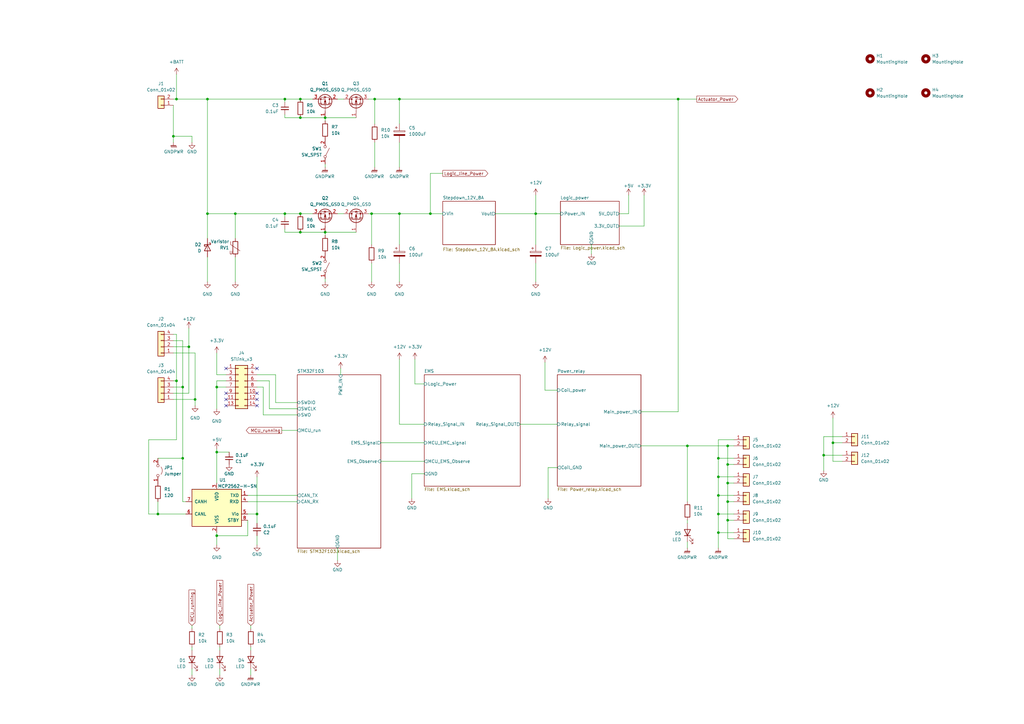
<source format=kicad_sch>
(kicad_sch (version 20230121) (generator eeschema)
  (paper "A3")
  (lib_symbols
    (symbol "Connector_Generic:Conn_01x02" (pin_names (offset 1.016) hide)
      (property "Reference" "J" (at 0 2.54 0))
      (property "Value" "Conn_01x02" (at 0 -5.08 0))
      (symbol "Conn_01x02_1_1"
        (rectangle (start -1.27 -2.413) (end 0 -2.667) (stroke (width 0.1524)))
        (rectangle (start -1.27 0.127) (end 0 -0.127) (stroke (width 0.1524)))
        (rectangle (start -1.27 1.27) (end 1.27 -3.81) (stroke (width 0.254)) (fill (type background)))
        (pin passive line (at -5.08 0 0) (length 3.81) (name "Pin_1") (number "1"))
        (pin passive line (at -5.08 -2.54 0) (length 3.81) (name "Pin_2") (number "2"))
      )
    )
    (symbol "Connector_Generic:Conn_01x04" (pin_names (offset 1.016) hide)
      (property "Reference" "J" (at 0 5.08 0))
      (property "Value" "Conn_01x04" (at 0 -7.62 0))
      (symbol "Conn_01x04_1_1"
        (rectangle (start -1.27 -4.953) (end 0 -5.207) (stroke (width 0.1524)))
        (rectangle (start -1.27 -2.413) (end 0 -2.667) (stroke (width 0.1524)))
        (rectangle (start -1.27 0.127) (end 0 -0.127) (stroke (width 0.1524)))
        (rectangle (start -1.27 2.667) (end 0 2.413) (stroke (width 0.1524)))
        (rectangle (start -1.27 3.81) (end 1.27 -6.35) (stroke (width 0.254)) (fill (type background)))
        (pin passive line (at -5.08 2.54 0) (length 3.81) (name "Pin_1") (number "1"))
        (pin passive line (at -5.08 0 0) (length 3.81) (name "Pin_2") (number "2"))
        (pin passive line (at -5.08 -2.54 0) (length 3.81) (name "Pin_3") (number "3"))
        (pin passive line (at -5.08 -5.08 0) (length 3.81) (name "Pin_4") (number "4"))
      )
    )
    (symbol "Connector_Generic:Conn_02x07_Odd_Even" (pin_names (offset 1.016) hide)
      (property "Reference" "J" (at 1.27 10.16 0))
      (property "Value" "Conn_02x07_Odd_Even" (at 1.27 -10.16 0))
      (symbol "Conn_02x07_Odd_Even_1_1"
        (rectangle (start -1.27 -7.493) (end 0 -7.747) (stroke (width 0.1524)))
        (rectangle (start -1.27 -4.953) (end 0 -5.207) (stroke (width 0.1524)))
        (rectangle (start -1.27 -2.413) (end 0 -2.667) (stroke (width 0.1524)))
        (rectangle (start -1.27 0.127) (end 0 -0.127) (stroke (width 0.1524)))
        (rectangle (start -1.27 2.667) (end 0 2.413) (stroke (width 0.1524)))
        (rectangle (start -1.27 5.207) (end 0 4.953) (stroke (width 0.1524)))
        (rectangle (start -1.27 7.747) (end 0 7.493) (stroke (width 0.1524)))
        (rectangle (start -1.27 8.89) (end 3.81 -8.89) (stroke (width 0.254)) (fill (type background)))
        (rectangle (start 3.81 -7.493) (end 2.54 -7.747) (stroke (width 0.1524)))
        (rectangle (start 3.81 -4.953) (end 2.54 -5.207) (stroke (width 0.1524)))
        (rectangle (start 3.81 -2.413) (end 2.54 -2.667) (stroke (width 0.1524)))
        (rectangle (start 3.81 0.127) (end 2.54 -0.127) (stroke (width 0.1524)))
        (rectangle (start 3.81 2.667) (end 2.54 2.413) (stroke (width 0.1524)))
        (rectangle (start 3.81 5.207) (end 2.54 4.953) (stroke (width 0.1524)))
        (rectangle (start 3.81 7.747) (end 2.54 7.493) (stroke (width 0.1524)))
        (pin passive line (at -5.08 7.62 0) (length 3.81) (name "Pin_1") (number "1"))
        (pin passive line (at 7.62 -2.54 180) (length 3.81) (name "Pin_10") (number "10"))
        (pin passive line (at -5.08 -5.08 0) (length 3.81) (name "Pin_11") (number "11"))
        (pin passive line (at 7.62 -5.08 180) (length 3.81) (name "Pin_12") (number "12"))
        (pin passive line (at -5.08 -7.62 0) (length 3.81) (name "Pin_13") (number "13"))
        (pin passive line (at 7.62 -7.62 180) (length 3.81) (name "Pin_14") (number "14"))
        (pin passive line (at 7.62 7.62 180) (length 3.81) (name "Pin_2") (number "2"))
        (pin passive line (at -5.08 5.08 0) (length 3.81) (name "Pin_3") (number "3"))
        (pin passive line (at 7.62 5.08 180) (length 3.81) (name "Pin_4") (number "4"))
        (pin passive line (at -5.08 2.54 0) (length 3.81) (name "Pin_5") (number "5"))
        (pin passive line (at 7.62 2.54 180) (length 3.81) (name "Pin_6") (number "6"))
        (pin passive line (at -5.08 0 0) (length 3.81) (name "Pin_7") (number "7"))
        (pin passive line (at 7.62 0 180) (length 3.81) (name "Pin_8") (number "8"))
        (pin passive line (at -5.08 -2.54 0) (length 3.81) (name "Pin_9") (number "9"))
      )
    )
    (symbol "Device:C_Polarized" (pin_numbers hide) (pin_names (offset 0.254))
      (property "Reference" "C" (at 0.635 2.54 0))
      (property "Value" "C_Polarized" (at 0.635 -2.54 0))
      (symbol "C_Polarized_0_1"
        (rectangle (start -2.286 0.508) (end 2.286 1.016))
        (polyline (pts (xy -1.778 2.286) (xy -0.762 2.286)))
        (polyline (pts (xy -1.27 2.794) (xy -1.27 1.778)))
        (rectangle (start 2.286 -0.508) (end -2.286 -1.016) (fill (type outline)))
      )
      (symbol "C_Polarized_1_1"
        (pin passive line (at 0 3.81 270) (length 2.794) (name "~") (number "1"))
        (pin passive line (at 0 -3.81 90) (length 2.794) (name "~") (number "2"))
      )
    )
    (symbol "Device:C_Small" (pin_numbers hide) (pin_names (offset 0.254) hide)
      (property "Reference" "C" (at 0.254 1.778 0))
      (property "Value" "C_Small" (at 0.254 -2.032 0))
      (symbol "C_Small_0_1"
        (polyline (pts (xy -1.524 -0.508) (xy 1.524 -0.508)) (stroke (width 0.3302)))
        (polyline (pts (xy -1.524 0.508) (xy 1.524 0.508)) (stroke (width 0.3048)))
      )
      (symbol "C_Small_1_1"
        (pin passive line (at 0 2.54 270) (length 2.032) (name "~") (number "1"))
        (pin passive line (at 0 -2.54 90) (length 2.032) (name "~") (number "2"))
      )
    )
    (symbol "Device:D_Schottky" (pin_numbers hide) (pin_names (offset 1.016) hide)
      (property "Reference" "D" (at 0 2.54 0))
      (property "Value" "D_Schottky" (at 0 -2.54 0))
      (symbol "D_Schottky_0_1"
        (polyline (pts (xy 1.27 0) (xy -1.27 0)))
        (polyline (pts (xy 1.27 1.27) (xy 1.27 -1.27) (xy -1.27 0) (xy 1.27 1.27)) (stroke (width 0.254)))
        (polyline (pts (xy -1.905 0.635) (xy -1.905 1.27) (xy -1.27 1.27) (xy -1.27 -1.27) (xy -0.635 -1.27) (xy -0.635 -0.635)) (stroke (width 0.254)))
      )
      (symbol "D_Schottky_1_1"
        (pin passive line (at -3.81 0 0) (length 2.54) (name "K") (number "1"))
        (pin passive line (at 3.81 0 180) (length 2.54) (name "A") (number "2"))
      )
    )
    (symbol "Device:LED" (pin_numbers hide) (pin_names (offset 1.016) hide)
      (property "Reference" "D" (at 0 2.54 0))
      (property "Value" "LED" (at 0 -2.54 0))
      (symbol "LED_0_1"
        (polyline (pts (xy -1.27 -1.27) (xy -1.27 1.27)) (stroke (width 0.254)))
        (polyline (pts (xy -1.27 0) (xy 1.27 0)))
        (polyline (pts (xy 1.27 -1.27) (xy 1.27 1.27) (xy -1.27 0) (xy 1.27 -1.27)) (stroke (width 0.254)))
        (polyline (pts (xy -3.048 -0.762) (xy -4.572 -2.286) (xy -3.81 -2.286) (xy -4.572 -2.286) (xy -4.572 -1.524)))
        (polyline (pts (xy -1.778 -0.762) (xy -3.302 -2.286) (xy -2.54 -2.286) (xy -3.302 -2.286) (xy -3.302 -1.524)))
      )
      (symbol "LED_1_1"
        (pin passive line (at -3.81 0 0) (length 2.54) (name "K") (number "1"))
        (pin passive line (at 3.81 0 180) (length 2.54) (name "A") (number "2"))
      )
    )
    (symbol "Device:Q_PMOS_GDS" (pin_names (offset 0) hide)
      (property "Reference" "Q" (at 5.08 1.27 0))
      (property "Value" "Q_PMOS_GDS" (at 5.08 -1.27 0))
      (symbol "Q_PMOS_GDS_0_1"
        (polyline (pts (xy 0.254 0) (xy -2.54 0)))
        (polyline (pts (xy 0.254 1.905) (xy 0.254 -1.905)) (stroke (width 0.254)))
        (polyline (pts (xy 0.762 -1.27) (xy 0.762 -2.286)) (stroke (width 0.254)))
        (polyline (pts (xy 0.762 0.508) (xy 0.762 -0.508)) (stroke (width 0.254)))
        (polyline (pts (xy 0.762 2.286) (xy 0.762 1.27)) (stroke (width 0.254)))
        (polyline (pts (xy 2.54 2.54) (xy 2.54 1.778)))
        (polyline (pts (xy 2.54 -2.54) (xy 2.54 0) (xy 0.762 0)))
        (polyline (pts (xy 0.762 1.778) (xy 3.302 1.778) (xy 3.302 -1.778) (xy 0.762 -1.778)))
        (polyline (pts (xy 2.286 0) (xy 1.27 0.381) (xy 1.27 -0.381) (xy 2.286 0)) (fill (type outline)))
        (polyline (pts (xy 2.794 -0.508) (xy 2.921 -0.381) (xy 3.683 -0.381) (xy 3.81 -0.254)))
        (polyline (pts (xy 3.302 -0.381) (xy 2.921 0.254) (xy 3.683 0.254) (xy 3.302 -0.381)))
        (circle (center 1.651 0) (radius 2.794) (stroke (width 0.254)))
        (circle (center 2.54 -1.778) (radius 0.254) (fill (type outline)))
        (circle (center 2.54 1.778) (radius 0.254) (fill (type outline)))
      )
      (symbol "Q_PMOS_GDS_1_1"
        (pin input line (at -5.08 0 0) (length 2.54) (name "G") (number "1"))
        (pin passive line (at 2.54 5.08 270) (length 2.54) (name "D") (number "2"))
        (pin passive line (at 2.54 -5.08 90) (length 2.54) (name "S") (number "3"))
      )
    )
    (symbol "Device:R" (pin_numbers hide) (pin_names (offset 0))
      (property "Reference" "R" (at 2.032 0 90))
      (property "Value" "R" (at 0 0 90))
      (symbol "R_0_1"
        (rectangle (start -1.016 -2.54) (end 1.016 2.54) (stroke (width 0.254)))
      )
      (symbol "R_1_1"
        (pin passive line (at 0 3.81 270) (length 1.27) (name "~") (number "1"))
        (pin passive line (at 0 -3.81 90) (length 1.27) (name "~") (number "2"))
      )
    )
    (symbol "Device:Varistor" (pin_numbers hide) (pin_names (offset 0))
      (property "Reference" "RV" (at 3.175 0 90))
      (property "Value" "Varistor" (at -3.175 0 90))
      (symbol "Varistor_0_0"
        (text "U" (at -1.778 -2.032 0) (effects (font (size 1.27 1.27))))
      )
      (symbol "Varistor_0_1"
        (rectangle (start -1.016 -2.54) (end 1.016 2.54) (stroke (width 0.254)))
        (polyline (pts (xy -1.905 2.54) (xy -1.905 1.27) (xy 1.905 -1.27)))
      )
      (symbol "Varistor_1_1"
        (pin passive line (at 0 3.81 270) (length 1.27) (name "~") (number "1"))
        (pin passive line (at 0 -3.81 90) (length 1.27) (name "~") (number "2"))
      )
    )
    (symbol "Interface_CAN_LIN:MCP2562-H-SN" (pin_names (offset 1.016))
      (property "Reference" "U" (at -10.16 8.89 0))
      (property "Value" "MCP2562-H-SN" (at 2.54 8.89 0))
      (symbol "MCP2562-H-SN_0_1"
        (rectangle (start -10.16 7.62) (end 10.16 -7.62) (stroke (width 0.254)) (fill (type background)))
      )
      (symbol "MCP2562-H-SN_1_1"
        (pin input line (at -12.7 5.08 0) (length 2.54) (name "TXD") (number "1"))
        (pin power_in line (at 0 -10.16 90) (length 2.54) (name "VSS") (number "2"))
        (pin power_in line (at 0 10.16 270) (length 2.54) (name "VDD") (number "3"))
        (pin output line (at -12.7 2.54 0) (length 2.54) (name "RXD") (number "4"))
        (pin power_in line (at -12.7 -2.54 0) (length 2.54) (name "Vio") (number "5"))
        (pin bidirectional line (at 12.7 -2.54 180) (length 2.54) (name "CANL") (number "6"))
        (pin bidirectional line (at 12.7 2.54 180) (length 2.54) (name "CANH") (number "7"))
        (pin input line (at -12.7 -5.08 0) (length 2.54) (name "STBY") (number "8"))
      )
    )
    (symbol "Jumper:Jumper_2_Open" (pin_names (offset 0) hide)
      (property "Reference" "JP" (at 0 2.794 0))
      (property "Value" "Jumper_2_Open" (at 0 -2.286 0))
      (symbol "Jumper_2_Open_0_0"
        (circle (center -2.032 0) (radius 0.508))
        (circle (center 2.032 0) (radius 0.508))
      )
      (symbol "Jumper_2_Open_0_1"
        (arc (start 1.524 1.27) (mid 0 1.778) (end -1.524 1.27))
      )
      (symbol "Jumper_2_Open_1_1"
        (pin passive line (at -5.08 0 0) (length 2.54) (name "A") (number "1"))
        (pin passive line (at 5.08 0 180) (length 2.54) (name "B") (number "2"))
      )
    )
    (symbol "Mechanical:MountingHole" (pin_names (offset 1.016))
      (property "Reference" "H" (at 0 5.08 0))
      (property "Value" "MountingHole" (at 0 3.175 0))
      (symbol "MountingHole_0_1"
        (circle (center 0 0) (radius 1.27) (stroke (width 1.27)))
      )
    )
    (symbol "Switch:SW_SPST" (pin_names (offset 0) hide)
      (property "Reference" "SW" (at 0 3.175 0))
      (property "Value" "SW_SPST" (at 0 -2.54 0))
      (symbol "SW_SPST_0_0"
        (circle (center -2.032 0) (radius 0.508))
        (polyline (pts (xy -1.524 0.254) (xy 1.524 1.778)))
        (circle (center 2.032 0) (radius 0.508))
      )
      (symbol "SW_SPST_1_1"
        (pin passive line (at -5.08 0 0) (length 2.54) (name "A") (number "1"))
        (pin passive line (at 5.08 0 180) (length 2.54) (name "B") (number "2"))
      )
    )
    (symbol "power:+12V" (power) (pin_names (offset 0))
      (property "Value" "+12V" (at 0 3.556 0))
      (symbol "+12V_0_1"
        (polyline (pts (xy -0.762 1.27) (xy 0 2.54)))
        (polyline (pts (xy 0 0) (xy 0 2.54)))
        (polyline (pts (xy 0 2.54) (xy 0.762 1.27)))
      )
      (symbol "+12V_1_1"
        (pin power_in line (at 0 0 90) (length 0) hide (name "+12V") (number "1"))
      )
    )
    (symbol "power:+3.3V" (power) (pin_names (offset 0))
      (property "Value" "+3.3V" (at 0 3.556 0))
      (symbol "+3.3V_0_1"
        (polyline (pts (xy -0.762 1.27) (xy 0 2.54)))
        (polyline (pts (xy 0 0) (xy 0 2.54)))
        (polyline (pts (xy 0 2.54) (xy 0.762 1.27)))
      )
      (symbol "+3.3V_1_1"
        (pin power_in line (at 0 0 90) (length 0) hide (name "+3.3V") (number "1"))
      )
    )
    (symbol "power:+5V" (power) (pin_names (offset 0))
      (property "Value" "+5V" (at 0 3.556 0))
      (symbol "+5V_0_1"
        (polyline (pts (xy -0.762 1.27) (xy 0 2.54)))
        (polyline (pts (xy 0 0) (xy 0 2.54)))
        (polyline (pts (xy 0 2.54) (xy 0.762 1.27)))
      )
      (symbol "+5V_1_1"
        (pin power_in line (at 0 0 90) (length 0) hide (name "+5V") (number "1"))
      )
    )
    (symbol "power:+BATT" (power) (pin_names (offset 0))
      (property "Value" "+BATT" (at 0 3.556 0))
      (symbol "+BATT_0_1"
        (polyline (pts (xy -0.762 1.27) (xy 0 2.54)))
        (polyline (pts (xy 0 0) (xy 0 2.54)))
        (polyline (pts (xy 0 2.54) (xy 0.762 1.27)))
      )
      (symbol "+BATT_1_1"
        (pin power_in line (at 0 0 90) (length 0) hide (name "+BATT") (number "1"))
      )
    )
    (symbol "power:GND" (power) (pin_names (offset 0))
      (property "Value" "GND" (at 0 -3.81 0))
      (symbol "GND_0_1"
        (polyline (pts (xy 0 0) (xy 0 -1.27) (xy 1.27 -1.27) (xy 0 -2.54) (xy -1.27 -1.27) (xy 0 -1.27)))
      )
      (symbol "GND_1_1"
        (pin power_in line (at 0 0 270) (length 0) hide (name "GND") (number "1"))
      )
    )
    (symbol "power:GNDPWR" (power) (pin_names (offset 0))
      (property "Value" "GNDPWR" (at 0 -3.302 0))
      (symbol "GNDPWR_0_1"
        (polyline (pts (xy 0 -1.27) (xy 0 0)))
        (polyline (pts (xy -1.016 -1.27) (xy -1.27 -2.032) (xy -1.27 -2.032)) (stroke (width 0.2032)))
        (polyline (pts (xy -0.508 -1.27) (xy -0.762 -2.032) (xy -0.762 -2.032)) (stroke (width 0.2032)))
        (polyline (pts (xy 0 -1.27) (xy -0.254 -2.032) (xy -0.254 -2.032)) (stroke (width 0.2032)))
        (polyline (pts (xy 0.508 -1.27) (xy 0.254 -2.032) (xy 0.254 -2.032)) (stroke (width 0.2032)))
        (polyline (pts (xy 1.016 -1.27) (xy -1.016 -1.27) (xy -1.016 -1.27)) (stroke (width 0.2032)))
        (polyline (pts (xy 1.016 -1.27) (xy 0.762 -2.032) (xy 0.762 -2.032) (xy 0.762 -2.032)) (stroke (width 0.2032)))
      )
      (symbol "GNDPWR_1_1"
        (pin power_in line (at 0 0 270) (length 0) hide (name "GNDPWR") (number "1"))
      )
    )
  )
  (junction (at 123.19 95.25))
  (junction (at 153.67 40.64))
  (junction (at 105.41 210.82))
  (junction (at 72.39 156.21))
  (junction (at 123.19 87.63))
  (junction (at 281.94 182.88))
  (junction (at 133.35 48.26))
  (junction (at 80.01 163.83))
  (junction (at 219.71 87.63))
  (junction (at 163.83 87.63))
  (junction (at 298.45 205.74))
  (junction (at 152.4 87.63))
  (junction (at 341.63 181.61))
  (junction (at 176.53 87.63))
  (junction (at 123.19 40.64))
  (junction (at 74.93 158.75))
  (junction (at 298.45 213.36))
  (junction (at 85.09 87.63))
  (junction (at 88.9 185.42))
  (junction (at 96.52 87.63))
  (junction (at 71.12 55.88))
  (junction (at 74.93 187.96))
  (junction (at 298.45 182.88))
  (junction (at 116.84 40.64))
  (junction (at 298.45 190.5))
  (junction (at 72.39 40.64))
  (junction (at 294.64 195.58))
  (junction (at 294.64 218.44))
  (junction (at 88.9 219.71))
  (junction (at 123.19 48.26))
  (junction (at 116.84 87.63))
  (junction (at 77.47 142.24))
  (junction (at 337.82 186.69))
  (junction (at 298.45 198.12))
  (junction (at 133.35 95.25))
  (junction (at 88.9 158.75))
  (junction (at 294.64 203.2))
  (junction (at 163.83 40.64))
  (junction (at 294.64 187.96))
  (junction (at 294.64 210.82))
  (junction (at 85.09 40.64))
  (junction (at 64.77 210.82))
  (junction (at 278.13 40.64))
  (no_connect (at 92.71 151.13))
  (no_connect (at 105.41 161.29))
  (no_connect (at 92.71 166.37))
  (no_connect (at 105.41 151.13))
  (no_connect (at 92.71 161.29))
  (no_connect (at 92.71 163.83))
  (no_connect (at 105.41 163.83))
  (no_connect (at 105.41 166.37))
  (wire (pts (xy 116.84 48.26) (xy 123.19 48.26)))
  (wire (pts (xy 294.64 210.82) (xy 300.99 210.82)))
  (wire (pts (xy 107.95 170.18) (xy 121.92 170.18)))
  (wire (pts (xy 133.35 48.26) (xy 146.05 48.26)))
  (wire (pts (xy 78.74 256.54) (xy 78.74 257.81)))
  (wire (pts (xy 337.82 179.07) (xy 345.44 179.07)))
  (wire (pts (xy 74.93 158.75) (xy 74.93 187.96)))
  (wire (pts (xy 281.94 182.88) (xy 281.94 205.74)))
  (wire (pts (xy 60.96 180.34) (xy 72.39 180.34)))
  (wire (pts (xy 72.39 40.64) (xy 85.09 40.64)))
  (wire (pts (xy 64.77 210.82) (xy 76.2 210.82)))
  (wire (pts (xy 298.45 213.36) (xy 300.99 213.36)))
  (wire (pts (xy 138.43 40.64) (xy 140.97 40.64)))
  (wire (pts (xy 133.35 114.3) (xy 133.35 115.57)))
  (wire (pts (xy 64.77 210.82) (xy 64.77 205.74)))
  (wire (pts (xy 102.87 256.54) (xy 102.87 257.81)))
  (wire (pts (xy 294.64 195.58) (xy 300.99 195.58)))
  (wire (pts (xy 116.84 46.99) (xy 116.84 48.26)))
  (wire (pts (xy 101.6 203.2) (xy 121.92 203.2)))
  (wire (pts (xy 88.9 185.42) (xy 93.98 185.42)))
  (wire (pts (xy 71.12 142.24) (xy 77.47 142.24)))
  (wire (pts (xy 123.19 87.63) (xy 128.27 87.63)))
  (wire (pts (xy 163.83 40.64) (xy 278.13 40.64)))
  (wire (pts (xy 341.63 189.23) (xy 341.63 181.61)))
  (wire (pts (xy 107.95 158.75) (xy 107.95 170.18)))
  (wire (pts (xy 298.45 220.98) (xy 298.45 213.36)))
  (wire (pts (xy 298.45 198.12) (xy 300.99 198.12)))
  (wire (pts (xy 341.63 181.61) (xy 345.44 181.61)))
  (wire (pts (xy 115.57 176.53) (xy 121.92 176.53)))
  (wire (pts (xy 72.39 30.48) (xy 72.39 40.64)))
  (wire (pts (xy 101.6 219.71) (xy 88.9 219.71)))
  (wire (pts (xy 77.47 142.24) (xy 77.47 161.29)))
  (wire (pts (xy 181.61 71.12) (xy 176.53 71.12)))
  (wire (pts (xy 78.74 274.32) (xy 78.74 276.86)))
  (wire (pts (xy 173.99 157.48) (xy 170.18 157.48)))
  (wire (pts (xy 71.12 43.18) (xy 71.12 55.88)))
  (wire (pts (xy 298.45 190.5) (xy 298.45 198.12)))
  (wire (pts (xy 294.64 203.2) (xy 294.64 210.82)))
  (wire (pts (xy 264.16 92.71) (xy 254 92.71)))
  (wire (pts (xy 138.43 87.63) (xy 140.97 87.63)))
  (wire (pts (xy 110.49 156.21) (xy 110.49 167.64)))
  (wire (pts (xy 294.64 187.96) (xy 294.64 195.58)))
  (wire (pts (xy 153.67 68.58) (xy 153.67 58.42)))
  (wire (pts (xy 74.93 187.96) (xy 64.77 187.96)))
  (wire (pts (xy 71.12 144.78) (xy 80.01 144.78)))
  (wire (pts (xy 102.87 274.32) (xy 102.87 276.86)))
  (wire (pts (xy 223.52 148.59) (xy 223.52 160.02)))
  (wire (pts (xy 176.53 87.63) (xy 181.61 87.63)))
  (wire (pts (xy 153.67 40.64) (xy 153.67 50.8)))
  (wire (pts (xy 219.71 80.01) (xy 219.71 87.63)))
  (wire (pts (xy 228.6 191.77) (xy 224.79 191.77)))
  (wire (pts (xy 116.84 40.64) (xy 123.19 40.64)))
  (wire (pts (xy 298.45 198.12) (xy 298.45 205.74)))
  (wire (pts (xy 78.74 265.43) (xy 78.74 266.7)))
  (wire (pts (xy 116.84 41.91) (xy 116.84 40.64)))
  (wire (pts (xy 85.09 87.63) (xy 96.52 87.63)))
  (wire (pts (xy 116.84 87.63) (xy 123.19 87.63)))
  (wire (pts (xy 85.09 40.64) (xy 116.84 40.64)))
  (wire (pts (xy 170.18 147.32) (xy 170.18 157.48)))
  (wire (pts (xy 173.99 194.31) (xy 168.91 194.31)))
  (wire (pts (xy 72.39 40.64) (xy 71.12 40.64)))
  (wire (pts (xy 92.71 156.21) (xy 88.9 156.21)))
  (wire (pts (xy 72.39 156.21) (xy 71.12 156.21)))
  (wire (pts (xy 80.01 163.83) (xy 80.01 166.37)))
  (wire (pts (xy 123.19 40.64) (xy 128.27 40.64)))
  (wire (pts (xy 298.45 205.74) (xy 298.45 213.36)))
  (wire (pts (xy 71.12 158.75) (xy 74.93 158.75)))
  (wire (pts (xy 116.84 88.9) (xy 116.84 87.63)))
  (wire (pts (xy 337.82 193.04) (xy 337.82 186.69)))
  (wire (pts (xy 152.4 100.33) (xy 152.4 87.63)))
  (wire (pts (xy 96.52 87.63) (xy 96.52 97.79)))
  (wire (pts (xy 116.84 95.25) (xy 123.19 95.25)))
  (wire (pts (xy 88.9 223.52) (xy 88.9 219.71)))
  (wire (pts (xy 96.52 87.63) (xy 116.84 87.63)))
  (wire (pts (xy 110.49 156.21) (xy 105.41 156.21)))
  (wire (pts (xy 294.64 203.2) (xy 300.99 203.2)))
  (wire (pts (xy 88.9 156.21) (xy 88.9 158.75)))
  (wire (pts (xy 163.83 107.95) (xy 163.83 115.57)))
  (wire (pts (xy 294.64 210.82) (xy 294.64 218.44)))
  (wire (pts (xy 105.41 158.75) (xy 107.95 158.75)))
  (wire (pts (xy 163.83 87.63) (xy 176.53 87.63)))
  (wire (pts (xy 90.17 274.32) (xy 90.17 276.86)))
  (wire (pts (xy 71.12 58.42) (xy 71.12 55.88)))
  (wire (pts (xy 228.6 160.02) (xy 223.52 160.02)))
  (wire (pts (xy 152.4 107.95) (xy 152.4 115.57)))
  (wire (pts (xy 163.83 50.8) (xy 163.83 40.64)))
  (wire (pts (xy 85.09 97.79) (xy 85.09 87.63)))
  (wire (pts (xy 203.2 87.63) (xy 219.71 87.63)))
  (wire (pts (xy 102.87 265.43) (xy 102.87 266.7)))
  (wire (pts (xy 298.45 182.88) (xy 300.99 182.88)))
  (wire (pts (xy 138.43 224.79) (xy 138.43 229.87)))
  (wire (pts (xy 85.09 115.57) (xy 85.09 105.41)))
  (wire (pts (xy 133.35 48.26) (xy 133.35 49.53)))
  (wire (pts (xy 298.45 205.74) (xy 300.99 205.74)))
  (wire (pts (xy 300.99 180.34) (xy 294.64 180.34)))
  (wire (pts (xy 281.94 182.88) (xy 298.45 182.88)))
  (wire (pts (xy 281.94 213.36) (xy 281.94 214.63)))
  (wire (pts (xy 116.84 93.98) (xy 116.84 95.25)))
  (wire (pts (xy 285.75 40.64) (xy 278.13 40.64)))
  (wire (pts (xy 163.83 87.63) (xy 163.83 100.33)))
  (wire (pts (xy 298.45 190.5) (xy 300.99 190.5)))
  (wire (pts (xy 71.12 163.83) (xy 80.01 163.83)))
  (wire (pts (xy 113.03 165.1) (xy 113.03 153.67)))
  (wire (pts (xy 71.12 137.16) (xy 72.39 137.16)))
  (wire (pts (xy 105.41 195.58) (xy 105.41 210.82)))
  (wire (pts (xy 337.82 186.69) (xy 345.44 186.69)))
  (wire (pts (xy 90.17 256.54) (xy 90.17 257.81)))
  (wire (pts (xy 123.19 48.26) (xy 133.35 48.26)))
  (wire (pts (xy 163.83 147.32) (xy 163.83 173.99)))
  (wire (pts (xy 151.13 87.63) (xy 152.4 87.63)))
  (wire (pts (xy 90.17 265.43) (xy 90.17 266.7)))
  (wire (pts (xy 156.21 189.23) (xy 173.99 189.23)))
  (wire (pts (xy 156.21 181.61) (xy 173.99 181.61)))
  (wire (pts (xy 88.9 144.78) (xy 88.9 153.67)))
  (wire (pts (xy 341.63 171.45) (xy 341.63 181.61)))
  (wire (pts (xy 105.41 210.82) (xy 101.6 210.82)))
  (wire (pts (xy 257.81 87.63) (xy 254 87.63)))
  (wire (pts (xy 151.13 40.64) (xy 153.67 40.64)))
  (wire (pts (xy 72.39 137.16) (xy 72.39 156.21)))
  (wire (pts (xy 85.09 87.63) (xy 85.09 40.64)))
  (wire (pts (xy 74.93 205.74) (xy 76.2 205.74)))
  (wire (pts (xy 153.67 40.64) (xy 163.83 40.64)))
  (wire (pts (xy 88.9 219.71) (xy 88.9 218.44)))
  (wire (pts (xy 92.71 153.67) (xy 88.9 153.67)))
  (wire (pts (xy 133.35 95.25) (xy 146.05 95.25)))
  (wire (pts (xy 92.71 158.75) (xy 88.9 158.75)))
  (wire (pts (xy 278.13 40.64) (xy 278.13 168.91)))
  (wire (pts (xy 294.64 180.34) (xy 294.64 187.96)))
  (wire (pts (xy 294.64 195.58) (xy 294.64 203.2)))
  (wire (pts (xy 294.64 218.44) (xy 294.64 224.79)))
  (wire (pts (xy 74.93 205.74) (xy 74.93 187.96)))
  (wire (pts (xy 123.19 95.25) (xy 133.35 95.25)))
  (wire (pts (xy 101.6 213.36) (xy 101.6 219.71)))
  (wire (pts (xy 133.35 67.31) (xy 133.35 68.58)))
  (wire (pts (xy 71.12 161.29) (xy 77.47 161.29)))
  (wire (pts (xy 113.03 153.67) (xy 105.41 153.67)))
  (wire (pts (xy 257.81 80.01) (xy 257.81 87.63)))
  (wire (pts (xy 64.77 210.82) (xy 60.96 210.82)))
  (wire (pts (xy 163.83 68.58) (xy 163.83 58.42)))
  (wire (pts (xy 74.93 139.7) (xy 74.93 158.75)))
  (wire (pts (xy 278.13 168.91) (xy 262.89 168.91)))
  (wire (pts (xy 101.6 205.74) (xy 121.92 205.74)))
  (wire (pts (xy 133.35 95.25) (xy 133.35 96.52)))
  (wire (pts (xy 139.7 151.13) (xy 139.7 153.67)))
  (wire (pts (xy 72.39 180.34) (xy 72.39 156.21)))
  (wire (pts (xy 294.64 218.44) (xy 300.99 218.44)))
  (wire (pts (xy 281.94 222.25) (xy 281.94 224.79)))
  (wire (pts (xy 213.36 173.99) (xy 228.6 173.99)))
  (wire (pts (xy 88.9 158.75) (xy 88.9 167.64)))
  (wire (pts (xy 298.45 182.88) (xy 298.45 190.5)))
  (wire (pts (xy 88.9 185.42) (xy 88.9 198.12)))
  (wire (pts (xy 110.49 167.64) (xy 121.92 167.64)))
  (wire (pts (xy 264.16 80.01) (xy 264.16 92.71)))
  (wire (pts (xy 71.12 139.7) (xy 74.93 139.7)))
  (wire (pts (xy 219.71 87.63) (xy 219.71 100.33)))
  (wire (pts (xy 345.44 189.23) (xy 341.63 189.23)))
  (wire (pts (xy 300.99 220.98) (xy 298.45 220.98)))
  (wire (pts (xy 262.89 182.88) (xy 281.94 182.88)))
  (wire (pts (xy 88.9 184.15) (xy 88.9 185.42)))
  (wire (pts (xy 105.41 223.52) (xy 105.41 219.71)))
  (wire (pts (xy 152.4 87.63) (xy 163.83 87.63)))
  (wire (pts (xy 219.71 87.63) (xy 229.87 87.63)))
  (wire (pts (xy 113.03 165.1) (xy 121.92 165.1)))
  (wire (pts (xy 294.64 187.96) (xy 300.99 187.96)))
  (wire (pts (xy 78.74 55.88) (xy 78.74 58.42)))
  (wire (pts (xy 80.01 144.78) (xy 80.01 163.83)))
  (wire (pts (xy 77.47 134.62) (xy 77.47 142.24)))
  (wire (pts (xy 60.96 210.82) (xy 60.96 180.34)))
  (wire (pts (xy 337.82 186.69) (xy 337.82 179.07)))
  (wire (pts (xy 71.12 55.88) (xy 78.74 55.88)))
  (wire (pts (xy 96.52 105.41) (xy 96.52 115.57)))
  (wire (pts (xy 168.91 194.31) (xy 168.91 204.47)))
  (wire (pts (xy 242.57 100.33) (xy 242.57 104.14)))
  (wire (pts (xy 219.71 107.95) (xy 219.71 115.57)))
  (wire (pts (xy 173.99 173.99) (xy 163.83 173.99)))
  (wire (pts (xy 224.79 191.77) (xy 224.79 204.47)))
  (wire (pts (xy 105.41 214.63) (xy 105.41 210.82)))
  (wire (pts (xy 176.53 71.12) (xy 176.53 87.63)))
  (global_label "Logic_line_Power" (shape output) (at 181.61 71.12 0) (property "Intersheetrefs" "${INTERSHEET_REFS}" (effects hide)))
  (global_label "Actuator_Power" (shape output) (at 285.75 40.64 0) (property "Intersheetrefs" "${INTERSHEET_REFS}" (effects hide)))
  (global_label "MCU_running" (shape input) (at 78.74 256.54 90) (property "Intersheetrefs" "${INTERSHEET_REFS}" (effects hide)))
  (global_label "Actuator_Power" (shape input) (at 102.87 256.54 90) (property "Intersheetrefs" "${INTERSHEET_REFS}" (effects hide)))
  (global_label "Logic_line_Power" (shape input) (at 90.17 256.54 90) (property "Intersheetrefs" "${INTERSHEET_REFS}" (effects hide)))
  (global_label "MCU_running" (shape output) (at 115.57 176.53 180) (property "Intersheetrefs" "${INTERSHEET_REFS}" (effects hide)))
  (symbol (lib_id "Device:R") (at 123.19 44.45 0) (mirror y) (unit 1)
    (property "Reference" "R5" (at 125.73 43.18 0) (effects (justify right)))
    (property "Value" "10k" (at 125.73 45.72 0) (effects (justify right)))
    (property "Footprint" "Resistor_SMD:R_0402_1005Metric" (effects hide))
  )
  (symbol (lib_id "power:GND") (at 88.9 167.64 0) (unit 1)
    (property "Reference" "#PWR09" (effects hide))
    (property "Value" "GND" (at 88.9 172.72 0))
  )
  (symbol (lib_id "power:GND") (at 78.74 58.42 0) (mirror y) (unit 1)
    (property "Reference" "#PWR04" (effects hide))
    (property "Value" "GND" (at 78.74 62.23 0))
  )
  (symbol (lib_id "Device:R") (at 123.19 91.44 0) (mirror y) (unit 1)
    (property "Reference" "R6" (at 125.73 90.17 0) (effects (justify right)))
    (property "Value" "10k" (at 125.73 92.71 0) (effects (justify right)))
    (property "Footprint" "Resistor_SMD:R_0402_1005Metric" (effects hide))
  )
  (symbol (lib_id "power:GND") (at 168.91 204.47 0) (unit 1)
    (property "Reference" "#PWR027" (effects hide))
    (property "Value" "GND" (at 168.91 208.28 0))
  )
  (symbol (lib_id "Device:R") (at 90.17 261.62 0) (mirror y) (unit 1)
    (property "Reference" "R3" (at 92.71 260.35 0) (effects (justify right)))
    (property "Value" "10k" (at 92.71 262.89 0) (effects (justify right)))
    (property "Footprint" "Resistor_SMD:R_0402_1005Metric" (effects hide))
  )
  (symbol (lib_id "power:GNDPWR") (at 102.87 276.86 0) (unit 1)
    (property "Reference" "#PWR015" (effects hide))
    (property "Value" "GNDPWR" (at 102.743 280.67 0))
  )
  (symbol (lib_id "power:GNDPWR") (at 294.64 224.79 0) (unit 1)
    (property "Reference" "#PWR037" (effects hide))
    (property "Value" "GNDPWR" (at 294.513 228.6 0))
  )
  (symbol (lib_id "Device:R") (at 133.35 53.34 0) (mirror y) (unit 1)
    (property "Reference" "R7" (at 135.89 52.07 0) (effects (justify right)))
    (property "Value" "10k" (at 135.89 54.61 0) (effects (justify right)))
    (property "Footprint" "Resistor_SMD:R_0402_1005Metric" (effects hide))
  )
  (symbol (lib_id "Device:LED") (at 281.94 218.44 90) (unit 1)
    (property "Reference" "D5" (at 279.4 218.7575 90) (effects (justify left)))
    (property "Value" "LED" (at 279.4 221.2975 90) (effects (justify left)))
    (property "Footprint" "LED_SMD:LED_0603_1608Metric_Pad1.05x0.95mm_HandSolder" (effects hide))
  )
  (symbol (lib_id "Switch:SW_SPST") (at 133.35 109.22 270) (mirror x) (unit 1)
    (property "Reference" "SW2" (at 132.08 107.95 90) (effects (justify right)))
    (property "Value" "SW_SPST" (at 132.08 110.49 90) (effects (justify right)))
    (property "Footprint" "RDC_generic:Toggle_switch" (effects hide))
  )
  (symbol (lib_id "power:GNDPWR") (at 133.35 68.58 0) (unit 1)
    (property "Reference" "#PWR018" (effects hide))
    (property "Value" "GNDPWR" (at 133.223 72.39 0))
  )
  (symbol (lib_id "Device:C_Polarized") (at 219.71 104.14 0) (unit 1)
    (property "Reference" "C7" (at 223.52 101.981 0) (effects (justify left)))
    (property "Value" "100uF" (at 223.52 104.521 0) (effects (justify left)))
    (property "Footprint" "Capacitor_THT:CP_Radial_D6.3mm_P2.50mm" (effects hide))
    (property "name" "50ZLH1000MEFC16X25" (effects hide))
  )
  (symbol (lib_id "power:GND") (at 138.43 229.87 0) (unit 1)
    (property "Reference" "#PWR020" (effects hide))
    (property "Value" "GND" (at 138.43 233.68 0))
  )
  (symbol (lib_id "Connector_Generic:Conn_02x07_Odd_Even") (at 97.79 158.75 0) (unit 1)
    (property "Reference" "J4" (at 99.06 144.78 0))
    (property "Value" "STlink_v3" (at 99.06 147.32 0))
    (property "Footprint" "RDC_generic:JTAG_box_connector" (effects hide))
  )
  (symbol (lib_id "Device:R") (at 281.94 209.55 0) (mirror y) (unit 1)
    (property "Reference" "R11" (at 284.48 208.28 0) (effects (justify right)))
    (property "Value" "10k" (at 284.48 210.82 0) (effects (justify right)))
    (property "Footprint" "Resistor_SMD:R_0402_1005Metric" (effects hide))
  )
  (symbol (lib_id "Device:D_Schottky") (at 85.09 101.6 270) (unit 1)
    (property "Reference" "D2" (at 82.55 100.33 90) (effects (justify right)))
    (property "Value" "D" (at 82.55 102.87 90) (effects (justify right)))
    (property "Footprint" "Diode_SMD:D_SOD-123F" (effects hide))
    (property "Sim.Device" "D" (effects hide))
    (property "Sim.Pins" "1=K 2=A" (effects hide))
  )
  (symbol (lib_id "power:GND") (at 152.4 115.57 0) (unit 1)
    (property "Reference" "#PWR022" (effects hide))
    (property "Value" "GND" (at 152.4 120.65 0))
  )
  (symbol (lib_id "Device:LED") (at 78.74 270.51 90) (unit 1)
    (property "Reference" "D1" (at 76.2 270.8275 90) (effects (justify left)))
    (property "Value" "LED" (at 76.2 273.3675 90) (effects (justify left)))
    (property "Footprint" "LED_SMD:LED_0603_1608Metric_Pad1.05x0.95mm_HandSolder" (effects hide))
  )
  (symbol (lib_id "Device:R") (at 102.87 261.62 0) (mirror y) (unit 1)
    (property "Reference" "R4" (at 105.41 260.35 0) (effects (justify right)))
    (property "Value" "10k" (at 105.41 262.89 0) (effects (justify right)))
    (property "Footprint" "Resistor_SMD:R_0402_1005Metric" (effects hide))
  )
  (symbol (lib_id "power:+BATT") (at 72.39 30.48 0) (unit 1)
    (property "Reference" "#PWR02" (effects hide))
    (property "Value" "+BATT" (at 72.39 25.4 0))
  )
  (symbol (lib_id "power:GND") (at 85.09 115.57 0) (unit 1)
    (property "Reference" "#PWR07" (effects hide))
    (property "Value" "GND" (at 85.09 120.65 0))
  )
  (symbol (lib_id "Device:C_Small") (at 116.84 44.45 0) (mirror y) (unit 1)
    (property "Reference" "C3" (at 114.3 43.1863 0) (effects (justify left)))
    (property "Value" "0.1uF" (at 114.3 45.7263 0) (effects (justify left)))
    (property "Footprint" "Capacitor_SMD:C_0603_1608Metric" (effects hide))
  )
  (symbol (lib_id "Device:C_Small") (at 105.41 217.17 0) (mirror x) (unit 1)
    (property "Reference" "C2" (at 107.95 218.4337 0) (effects (justify left)))
    (property "Value" "0.1uF" (at 107.95 215.8937 0) (effects (justify left)))
    (property "Footprint" "Capacitor_SMD:C_0402_1005Metric" (effects hide))
  )
  (symbol (lib_id "Device:Q_PMOS_GDS") (at 146.05 90.17 90) (unit 1)
    (property "Reference" "Q4" (at 146.05 81.28 90))
    (property "Value" "Q_PMOS_GSD" (at 146.05 83.82 90))
    (property "Footprint" "Package_TO_SOT_SMD:TO-252-2" (effects hide))
  )
  (symbol (lib_id "Switch:SW_SPST") (at 133.35 62.23 270) (mirror x) (unit 1)
    (property "Reference" "SW1" (at 132.08 60.96 90) (effects (justify right)))
    (property "Value" "SW_SPST" (at 132.08 63.5 90) (effects (justify right)))
    (property "Footprint" "RDC_generic:Toggle_switch" (effects hide))
  )
  (symbol (lib_id "power:+5V") (at 88.9 184.15 0) (unit 1)
    (property "Reference" "#PWR010" (effects hide))
    (property "Value" "+5V" (at 88.9 180.34 0))
  )
  (symbol (lib_id "power:+3.3V") (at 170.18 147.32 0) (unit 1)
    (property "Reference" "#PWR028" (effects hide))
    (property "Value" "+3.3V" (at 170.18 142.24 0))
  )
  (symbol (lib_id "Device:LED") (at 102.87 270.51 90) (unit 1)
    (property "Reference" "D4" (at 100.33 270.8275 90) (effects (justify left)))
    (property "Value" "LED" (at 100.33 273.3675 90) (effects (justify left)))
    (property "Footprint" "LED_SMD:LED_0603_1608Metric_Pad1.05x0.95mm_HandSolder" (effects hide))
  )
  (symbol (lib_id "Device:C_Polarized") (at 163.83 54.61 0) (unit 1)
    (property "Reference" "C5" (at 167.64 52.451 0) (effects (justify left)))
    (property "Value" "1000uF" (at 167.64 54.991 0) (effects (justify left)))
    (property "Footprint" "Capacitor_THT:CP_Radial_D16.0mm_P7.50mm" (effects hide))
    (property "name" "16SEPF1000M" (effects hide))
  )
  (symbol (lib_id "power:GND") (at 105.41 223.52 0) (unit 1)
    (property "Reference" "#PWR017" (effects hide))
    (property "Value" "GND" (at 105.41 227.33 0))
  )
  (symbol (lib_id "power:+3.3V") (at 139.7 151.13 0) (unit 1)
    (property "Reference" "#PWR021" (effects hide))
    (property "Value" "+3.3V" (at 139.7 146.05 0))
  )
  (symbol (lib_id "Connector_Generic:Conn_01x02") (at 306.07 210.82 0) (unit 1)
    (property "Reference" "J9" (at 308.61 210.82 0) (effects (justify left)))
    (property "Value" "Conn_01x02" (at 308.61 213.36 0) (effects (justify left)))
    (property "Footprint" "Connector_AMASS:AMASS_XT60-F_1x02_P7.20mm_Vertical" (effects hide))
  )
  (symbol (lib_id "Device:R") (at 133.35 100.33 0) (mirror y) (unit 1)
    (property "Reference" "R8" (at 135.89 99.06 0) (effects (justify right)))
    (property "Value" "10k" (at 135.89 101.6 0) (effects (justify right)))
    (property "Footprint" "Resistor_SMD:R_0402_1005Metric" (effects hide))
  )
  (symbol (lib_id "power:+3.3V") (at 105.41 195.58 0) (unit 1)
    (property "Reference" "#PWR016" (effects hide))
    (property "Value" "+3.3V" (at 105.41 190.5 0))
  )
  (symbol (lib_id "Device:R") (at 78.74 261.62 0) (mirror y) (unit 1)
    (property "Reference" "R2" (at 81.28 260.35 0) (effects (justify right)))
    (property "Value" "10k" (at 81.28 262.89 0) (effects (justify right)))
    (property "Footprint" "Resistor_SMD:R_0402_1005Metric" (effects hide))
  )
  (symbol (lib_id "Mechanical:MountingHole") (at 356.87 24.13 0) (unit 1)
    (property "Reference" "H1" (at 359.41 22.86 0) (effects (justify left)))
    (property "Value" "MountingHole" (at 359.41 25.4 0) (effects (justify left)))
    (property "Footprint" "MountingHole:MountingHole_3.2mm_M3" (effects hide))
  )
  (symbol (lib_id "Device:Q_PMOS_GDS") (at 146.05 43.18 90) (unit 1)
    (property "Reference" "Q3" (at 146.05 34.29 90))
    (property "Value" "Q_PMOS_GSD" (at 146.05 36.83 90))
    (property "Footprint" "Package_TO_SOT_SMD:TO-252-2" (effects hide))
  )
  (symbol (lib_id "Connector_Generic:Conn_01x02") (at 306.07 187.96 0) (unit 1)
    (property "Reference" "J6" (at 308.61 187.96 0) (effects (justify left)))
    (property "Value" "Conn_01x02" (at 308.61 190.5 0) (effects (justify left)))
    (property "Footprint" "Connector_AMASS:AMASS_XT60-F_1x02_P7.20mm_Vertical" (effects hide))
  )
  (symbol (lib_id "power:+12V") (at 219.71 80.01 0) (unit 1)
    (property "Reference" "#PWR029" (effects hide))
    (property "Value" "+12V" (at 219.71 74.93 0))
  )
  (symbol (lib_id "power:GND") (at 163.83 115.57 0) (unit 1)
    (property "Reference" "#PWR025" (effects hide))
    (property "Value" "GND" (at 163.83 120.65 0))
  )
  (symbol (lib_id "power:+3.3V") (at 88.9 144.78 0) (unit 1)
    (property "Reference" "#PWR08" (effects hide))
    (property "Value" "+3.3V" (at 88.9 139.7 0))
  )
  (symbol (lib_id "Device:Varistor") (at 96.52 101.6 0) (unit 1)
    (property "Reference" "RV1" (at 90.17 101.6 0) (effects (justify left)))
    (property "Value" "Varistor" (at 93.98 99.06 0) (effects (justify right)))
    (property "Footprint" "Varistor:RV_Disc_D9mm_W4.5mm_P5mm" (effects hide))
  )
  (symbol (lib_id "power:+3.3V") (at 264.16 80.01 0) (unit 1)
    (property "Reference" "#PWR035" (effects hide))
    (property "Value" "+3.3V" (at 264.16 76.2 0))
  )
  (symbol (lib_id "Device:LED") (at 90.17 270.51 90) (unit 1)
    (property "Reference" "D3" (at 87.63 270.8275 90) (effects (justify left)))
    (property "Value" "LED" (at 87.63 273.3675 90) (effects (justify left)))
    (property "Footprint" "LED_SMD:LED_0603_1608Metric_Pad1.05x0.95mm_HandSolder" (effects hide))
  )
  (symbol (lib_id "Device:C_Small") (at 116.84 91.44 0) (mirror y) (unit 1)
    (property "Reference" "C4" (at 114.3 90.1763 0) (effects (justify left)))
    (property "Value" "0.1uF" (at 114.3 92.7163 0) (effects (justify left)))
    (property "Footprint" "Capacitor_SMD:C_0603_1608Metric" (effects hide))
  )
  (symbol (lib_id "power:+12V") (at 223.52 148.59 0) (unit 1)
    (property "Reference" "#PWR031" (effects hide))
    (property "Value" "+12V" (at 223.52 143.51 0))
  )
  (symbol (lib_id "power:+12V") (at 77.47 134.62 0) (unit 1)
    (property "Reference" "#PWR03" (effects hide))
    (property "Value" "+12V" (at 77.47 130.81 0))
  )
  (symbol (lib_id "power:GND") (at 78.74 276.86 0) (unit 1)
    (property "Reference" "#PWR05" (effects hide))
    (property "Value" "GND" (at 78.74 280.67 0))
  )
  (symbol (lib_id "Mechanical:MountingHole") (at 379.73 38.1 0) (unit 1)
    (property "Reference" "H4" (at 382.27 36.83 0) (effects (justify left)))
    (property "Value" "MountingHole" (at 382.27 39.37 0) (effects (justify left)))
    (property "Footprint" "MountingHole:MountingHole_3.2mm_M3" (effects hide))
  )
  (symbol (lib_id "Device:Q_PMOS_GDS") (at 133.35 43.18 270) (mirror x) (unit 1)
    (property "Reference" "Q1" (at 133.35 34.29 90))
    (property "Value" "Q_PMOS_GSD" (at 133.35 36.83 90))
    (property "Footprint" "Package_TO_SOT_SMD:TO-252-2" (effects hide))
  )
  (symbol (lib_id "Connector_Generic:Conn_01x02") (at 66.04 43.18 180) (unit 1)
    (property "Reference" "J1" (at 66.04 34.29 0))
    (property "Value" "Conn_01x02" (at 66.04 36.83 0))
    (property "Footprint" "RDC_generic:XT90-M" (effects hide))
  )
  (symbol (lib_id "power:GND") (at 93.98 190.5 0) (unit 1)
    (property "Reference" "#PWR013" (effects hide))
    (property "Value" "GND" (at 93.98 194.31 0))
  )
  (symbol (lib_id "power:GND") (at 133.35 115.57 0) (unit 1)
    (property "Reference" "#PWR019" (effects hide))
    (property "Value" "GND" (at 133.35 120.65 0))
  )
  (symbol (lib_id "Device:Q_PMOS_GDS") (at 133.35 90.17 270) (mirror x) (unit 1)
    (property "Reference" "Q2" (at 133.35 81.28 90))
    (property "Value" "Q_PMOS_GSD" (at 133.35 83.82 90))
    (property "Footprint" "Package_TO_SOT_SMD:TO-252-2" (effects hide))
  )
  (symbol (lib_id "power:GND") (at 90.17 276.86 0) (unit 1)
    (property "Reference" "#PWR012" (effects hide))
    (property "Value" "GND" (at 90.17 280.67 0))
  )
  (symbol (lib_id "Device:C_Small") (at 93.98 187.96 0) (mirror x) (unit 1)
    (property "Reference" "C1" (at 96.52 189.2237 0) (effects (justify left)))
    (property "Value" "0.1uF" (at 96.52 186.6837 0) (effects (justify left)))
    (property "Footprint" "Capacitor_SMD:C_0402_1005Metric" (effects hide))
  )
  (symbol (lib_id "Connector_Generic:Conn_01x04") (at 66.04 142.24 180) (unit 1)
    (property "Reference" "J2" (at 66.04 130.81 0))
    (property "Value" "Conn_01x04" (at 66.04 133.35 0))
    (property "Footprint" "Connector_JST:JST_XA_S04B-XASK-1_1x04_P2.50mm_Horizontal" (effects hide))
  )
  (symbol (lib_id "Connector_Generic:Conn_01x02") (at 350.52 186.69 0) (unit 1)
    (property "Reference" "J12" (at 353.06 186.69 0) (effects (justify left)))
    (property "Value" "Conn_01x02" (at 353.06 189.23 0) (effects (justify left)))
    (property "Footprint" "Connector_AMASS:AMASS_XT60-F_1x02_P7.20mm_Vertical" (effects hide))
  )
  (symbol (lib_id "power:GND") (at 80.01 166.37 0) (unit 1)
    (property "Reference" "#PWR06" (effects hide))
    (property "Value" "GND" (at 80.01 171.45 0))
  )
  (symbol (lib_id "Connector_Generic:Conn_01x04") (at 66.04 161.29 180) (unit 1)
    (property "Reference" "J3" (at 66.04 149.86 0))
    (property "Value" "Conn_01x04" (at 66.04 152.4 0))
    (property "Footprint" "Connector_JST:JST_XA_S04B-XASK-1_1x04_P2.50mm_Horizontal" (effects hide))
  )
  (symbol (lib_id "Connector_Generic:Conn_01x02") (at 306.07 180.34 0) (unit 1)
    (property "Reference" "J5" (at 308.61 180.34 0) (effects (justify left)))
    (property "Value" "Conn_01x02" (at 308.61 182.88 0) (effects (justify left)))
    (property "Footprint" "Connector_AMASS:AMASS_XT60-F_1x02_P7.20mm_Vertical" (effects hide))
  )
  (symbol (lib_id "power:+12V") (at 163.83 147.32 0) (unit 1)
    (property "Reference" "#PWR026" (effects hide))
    (property "Value" "+12V" (at 163.83 142.24 0))
  )
  (symbol (lib_id "power:GND") (at 224.79 204.47 0) (unit 1)
    (property "Reference" "#PWR032" (effects hide))
    (property "Value" "GND" (at 224.79 208.28 0))
  )
  (symbol (lib_id "power:+12V") (at 341.63 171.45 0) (unit 1)
    (property "Reference" "#PWR039" (effects hide))
    (property "Value" "+12V" (at 341.63 166.37 0))
  )
  (symbol (lib_id "power:GND") (at 337.82 193.04 0) (unit 1)
    (property "Reference" "#PWR038" (effects hide))
    (property "Value" "GND" (at 337.82 196.85 0))
  )
  (symbol (lib_id "Connector_Generic:Conn_01x02") (at 306.07 218.44 0) (unit 1)
    (property "Reference" "J10" (at 308.61 218.44 0) (effects (justify left)))
    (property "Value" "Conn_01x02" (at 308.61 220.98 0) (effects (justify left)))
    (property "Footprint" "Connector_AMASS:AMASS_XT60-F_1x02_P7.20mm_Vertical" (effects hide))
  )
  (symbol (lib_id "Connector_Generic:Conn_01x02") (at 306.07 195.58 0) (unit 1)
    (property "Reference" "J7" (at 308.61 195.58 0) (effects (justify left)))
    (property "Value" "Conn_01x02" (at 308.61 198.12 0) (effects (justify left)))
    (property "Footprint" "Connector_AMASS:AMASS_XT60-F_1x02_P7.20mm_Vertical" (effects hide))
  )
  (symbol (lib_id "Connector_Generic:Conn_01x02") (at 306.07 203.2 0) (unit 1)
    (property "Reference" "J8" (at 308.61 203.2 0) (effects (justify left)))
    (property "Value" "Conn_01x02" (at 308.61 205.74 0) (effects (justify left)))
    (property "Footprint" "Connector_AMASS:AMASS_XT60-F_1x02_P7.20mm_Vertical" (effects hide))
  )
  (symbol (lib_id "power:GNDPWR") (at 153.67 68.58 0) (unit 1)
    (property "Reference" "#PWR023" (effects hide))
    (property "Value" "GNDPWR" (at 153.543 72.39 0))
  )
  (symbol (lib_id "Device:R") (at 153.67 54.61 0) (unit 1)
    (property "Reference" "R10" (at 156.21 53.34 0) (effects (justify left)))
    (property "Value" "10k" (at 156.21 55.88 0) (effects (justify left)))
    (property "Footprint" "Resistor_THT:R_Axial_DIN0516_L15.5mm_D5.0mm_P5.08mm_Vertical" (effects hide))
  )
  (symbol (lib_id "power:GND") (at 219.71 115.57 0) (unit 1)
    (property "Reference" "#PWR030" (effects hide))
    (property "Value" "GND" (at 219.71 120.65 0))
  )
  (symbol (lib_id "Device:R") (at 64.77 201.93 0) (mirror y) (unit 1)
    (property "Reference" "R1" (at 67.31 200.66 0) (effects (justify right)))
    (property "Value" "120" (at 67.31 203.2 0) (effects (justify right)))
    (property "Footprint" "Resistor_SMD:R_0603_1608Metric" (effects hide))
  )
  (symbol (lib_id "power:GND") (at 88.9 223.52 0) (unit 1)
    (property "Reference" "#PWR011" (effects hide))
    (property "Value" "GND" (at 88.9 228.6 0))
  )
  (symbol (lib_id "power:GND") (at 96.52 115.57 0) (unit 1)
    (property "Reference" "#PWR014" (effects hide))
    (property "Value" "GND" (at 96.52 120.65 0))
  )
  (symbol (lib_id "power:GNDPWR") (at 281.94 224.79 0) (unit 1)
    (property "Reference" "#PWR036" (effects hide))
    (property "Value" "GNDPWR" (at 281.813 228.6 0))
  )
  (symbol (lib_id "Device:R") (at 152.4 104.14 0) (mirror y) (unit 1)
    (property "Reference" "R9" (at 154.94 102.87 0) (effects (justify right)))
    (property "Value" "10k" (at 154.94 105.41 0) (effects (justify right)))
    (property "Footprint" "Resistor_SMD:R_0402_1005Metric" (effects hide))
  )
  (symbol (lib_id "power:GND") (at 242.57 104.14 0) (unit 1)
    (property "Reference" "#PWR033" (effects hide))
    (property "Value" "GND" (at 242.57 107.95 0))
  )
  (symbol (lib_id "Jumper:Jumper_2_Open") (at 64.77 193.04 270) (mirror x) (unit 1)
    (property "Reference" "JP1" (at 67.31 191.77 90) (effects (justify left)))
    (property "Value" "Jumper" (at 67.31 194.31 90) (effects (justify left)))
    (property "Footprint" "Connector_PinHeader_2.54mm:PinHeader_1x02_P2.54mm_Vertical" (effects hide))
  )
  (symbol (lib_id "Mechanical:MountingHole") (at 379.73 24.13 0) (unit 1)
    (property "Reference" "H3" (at 382.27 22.86 0) (effects (justify left)))
    (property "Value" "MountingHole" (at 382.27 25.4 0) (effects (justify left)))
    (property "Footprint" "MountingHole:MountingHole_3.2mm_M3" (effects hide))
  )
  (symbol (lib_id "power:+5V") (at 257.81 80.01 0) (unit 1)
    (property "Reference" "#PWR034" (effects hide))
    (property "Value" "+5V" (at 257.81 76.2 0))
  )
  (symbol (lib_id "power:GNDPWR") (at 71.12 58.42 0) (mirror y) (unit 1)
    (property "Reference" "#PWR01" (effects hide))
    (property "Value" "GNDPWR" (at 71.247 62.23 0))
  )
  (symbol (lib_id "Device:C_Polarized") (at 163.83 104.14 0) (unit 1)
    (property "Reference" "C6" (at 167.64 101.981 0) (effects (justify left)))
    (property "Value" "100uF" (at 167.64 104.521 0) (effects (justify left)))
    (property "Footprint" "Capacitor_THT:CP_Radial_D6.3mm_P2.50mm" (effects hide))
    (property "name" "50ZLH1000MEFC16X25" (effects hide))
  )
  (symbol (lib_id "power:GNDPWR") (at 163.83 68.58 0) (unit 1)
    (property "Reference" "#PWR024" (effects hide))
    (property "Value" "GNDPWR" (at 163.703 72.39 0))
  )
  (symbol (lib_id "Mechanical:MountingHole") (at 356.87 38.1 0) (unit 1)
    (property "Reference" "H2" (at 359.41 36.83 0) (effects (justify left)))
    (property "Value" "MountingHole" (at 359.41 39.37 0) (effects (justify left)))
    (property "Footprint" "MountingHole:MountingHole_3.2mm_M3" (effects hide))
  )
  (symbol (lib_id "Interface_CAN_LIN:MCP2562-H-SN") (at 88.9 208.28 0) (mirror y) (unit 1)
    (property "Reference" "U1" (at 92.71 196.85 0) (effects (justify left)))
    (property "Value" "MCP2562-H-SN" (at 105.41 199.39 0) (effects (justify left)))
    (property "Footprint" "Package_SO:SOIC-8_3.9x4.9mm_P1.27mm" (effects hide))
    (property "Datasheet" "http://ww1.microchip.com/downloads/en/DeviceDoc/25167A.pdf" (effects hide))
  )
  (symbol (lib_id "Connector_Generic:Conn_01x02") (at 350.52 179.07 0) (unit 1)
    (property "Reference" "J11" (at 353.06 179.07 0) (effects (justify left)))
    (property "Value" "Conn_01x02" (at 353.06 181.61 0) (effects (justify left)))
    (property "Footprint" "Connector_AMASS:AMASS_XT60-F_1x02_P7.20mm_Vertical" (effects hide))
  )
  (sheet (at 181.61 82.55) (size 21.59 17.78) (stroke (width 0.1524))
    (property "Sheetname" "Stepdown_12V_8A" (at 181.61 81.8384 0) (effects (justify left bottom)))
    (property "Sheetfile" "Stepdown_12V_8A.kicad_sch" (at 181.61 101.6 0) (effects (justify left top)))
    (pin "Vout" output (at 203.2 87.63 0))
    (pin "Vin" input (at 181.61 87.63 180))
  )
  (sheet (at 229.87 82.55) (size 24.13 17.78) (stroke (width 0.1524))
    (property "Sheetname" "Logic_power" (at 229.87 81.8384 0) (effects (justify left bottom)))
    (property "Sheetfile" "Logic_power.kicad_sch" (at 229.87 100.9146 0) (effects (justify left top)))
    (pin "GND" output (at 242.57 100.33 270))
    (pin "Power_IN" input (at 229.87 87.63 180))
    (pin "3.3V_OUT" output (at 254 92.71 0))
    (pin "5V_OUT" output (at 254 87.63 0))
  )
  (sheet (at 228.6 153.67) (size 34.29 45.72) (stroke (width 0.1524))
    (property "Sheetname" "Power_relay" (at 228.6 152.9584 0) (effects (justify left bottom)))
    (property "Sheetfile" "Power_relay.kicad_sch" (at 228.6 199.9746 0) (effects (justify left top)))
    (pin "Coil_GND" output (at 228.6 191.77 180))
    (pin "Relay_signal" input (at 228.6 173.99 180))
    (pin "Main_power_OUT" output (at 262.89 182.88 0))
    (pin "Coil_power" input (at 228.6 160.02 180))
    (pin "Main_power_IN" input (at 262.89 168.91 0))
  )
  (sheet (at 173.99 153.67) (size 39.37 45.72) (stroke (width 0.1524))
    (property "Sheetname" "EMS" (at 173.99 152.9584 0) (effects (justify left bottom)))
    (property "Sheetfile" "EMS.kicad_sch" (at 173.99 199.9746 0) (effects (justify left top)))
    (pin "MCU_EMC_signal" input (at 173.99 181.61 180))
    (pin "GND" output (at 173.99 194.31 180))
    (pin "MCU_EMS_Observe" output (at 173.99 189.23 180))
    (pin "Logic_Power" input (at 173.99 157.48 180))
    (pin "Relay_Signal_IN" input (at 173.99 173.99 180))
    (pin "Relay_Signal_OUT" output (at 213.36 173.99 0))
  )
  (sheet (at 121.92 153.67) (size 34.29 71.12) (stroke (width 0.1524))
    (property "Sheetname" "STM32F103" (at 121.92 152.9584 0) (effects (justify left bottom)))
    (property "Sheetfile" "STM32F103.kicad_sch" (at 121.92 225.3746 0) (effects (justify left top)))
    (pin "SWCLK" output (at 121.92 167.64 180))
    (pin "CAN_RX" input (at 121.92 205.74 180))
    (pin "CAN_TX" output (at 121.92 203.2 180))
    (pin "SWDIO" bidirectional (at 121.92 165.1 180))
    (pin "EMS_Observe" input (at 156.21 189.23 0))
    (pin "MCU_run" output (at 121.92 176.53 180))
    (pin "EMS_Signal" output (at 156.21 181.61 0))
    (pin "SWO" bidirectional (at 121.92 170.18 180))
    (pin "PWR_IN" input (at 139.7 153.67 90))
    (pin "GND" output (at 138.43 224.79 270))
  )
)
</source>
